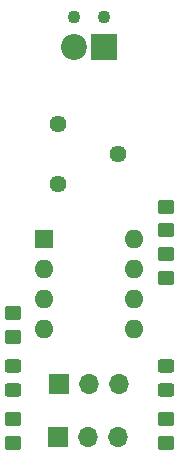
<source format=gbr>
%TF.GenerationSoftware,KiCad,Pcbnew,8.0.0*%
%TF.CreationDate,2025-07-08T12:20:57+05:30*%
%TF.ProjectId,Sensortech_flex,53656e73-6f72-4746-9563-685f666c6578,rev?*%
%TF.SameCoordinates,Original*%
%TF.FileFunction,Soldermask,Top*%
%TF.FilePolarity,Negative*%
%FSLAX46Y46*%
G04 Gerber Fmt 4.6, Leading zero omitted, Abs format (unit mm)*
G04 Created by KiCad (PCBNEW 8.0.0) date 2025-07-08 12:20:57*
%MOMM*%
%LPD*%
G01*
G04 APERTURE LIST*
G04 Aperture macros list*
%AMRoundRect*
0 Rectangle with rounded corners*
0 $1 Rounding radius*
0 $2 $3 $4 $5 $6 $7 $8 $9 X,Y pos of 4 corners*
0 Add a 4 corners polygon primitive as box body*
4,1,4,$2,$3,$4,$5,$6,$7,$8,$9,$2,$3,0*
0 Add four circle primitives for the rounded corners*
1,1,$1+$1,$2,$3*
1,1,$1+$1,$4,$5*
1,1,$1+$1,$6,$7*
1,1,$1+$1,$8,$9*
0 Add four rect primitives between the rounded corners*
20,1,$1+$1,$2,$3,$4,$5,0*
20,1,$1+$1,$4,$5,$6,$7,0*
20,1,$1+$1,$6,$7,$8,$9,0*
20,1,$1+$1,$8,$9,$2,$3,0*%
G04 Aperture macros list end*
%ADD10RoundRect,0.250000X0.450000X-0.350000X0.450000X0.350000X-0.450000X0.350000X-0.450000X-0.350000X0*%
%ADD11C,1.100000*%
%ADD12R,2.200000X2.200000*%
%ADD13C,2.200000*%
%ADD14R,1.700000X1.700000*%
%ADD15O,1.700000X1.700000*%
%ADD16RoundRect,0.250000X-0.450000X0.325000X-0.450000X-0.325000X0.450000X-0.325000X0.450000X0.325000X0*%
%ADD17RoundRect,0.250000X-0.450000X0.350000X-0.450000X-0.350000X0.450000X-0.350000X0.450000X0.350000X0*%
%ADD18C,1.440000*%
%ADD19R,1.600000X1.600000*%
%ADD20O,1.600000X1.600000*%
G04 APERTURE END LIST*
D10*
%TO.C,R2*%
X96000000Y-60500000D03*
X96000000Y-58500000D03*
%TD*%
%TO.C,R4*%
X83000000Y-78500000D03*
X83000000Y-76500000D03*
%TD*%
D11*
%TO.C,J1*%
X90770000Y-42460000D03*
X88230000Y-42460000D03*
D12*
X90770000Y-45000000D03*
D13*
X88230000Y-45000000D03*
%TD*%
D14*
%TO.C,J2*%
X86825000Y-78000000D03*
D15*
X89365000Y-78000000D03*
X91905000Y-78000000D03*
%TD*%
D16*
%TO.C,D1*%
X83000000Y-71975000D03*
X83000000Y-74025000D03*
%TD*%
D14*
%TO.C,J3*%
X86960000Y-73500000D03*
D15*
X89500000Y-73500000D03*
X92040000Y-73500000D03*
%TD*%
D17*
%TO.C,R1*%
X96000000Y-62500000D03*
X96000000Y-64500000D03*
%TD*%
D18*
%TO.C,RV1*%
X86845000Y-56540000D03*
X91925000Y-54000000D03*
X86845000Y-51460000D03*
%TD*%
D16*
%TO.C,D2*%
X96000000Y-71975000D03*
X96000000Y-74025000D03*
%TD*%
D19*
%TO.C,U1*%
X85700000Y-61200000D03*
D20*
X85700000Y-63740000D03*
X85700000Y-66280000D03*
X85700000Y-68820000D03*
X93320000Y-68820000D03*
X93320000Y-66280000D03*
X93320000Y-63740000D03*
X93320000Y-61200000D03*
%TD*%
D17*
%TO.C,R3*%
X83000000Y-67500000D03*
X83000000Y-69500000D03*
%TD*%
D10*
%TO.C,R5*%
X96000000Y-78500000D03*
X96000000Y-76500000D03*
%TD*%
M02*

</source>
